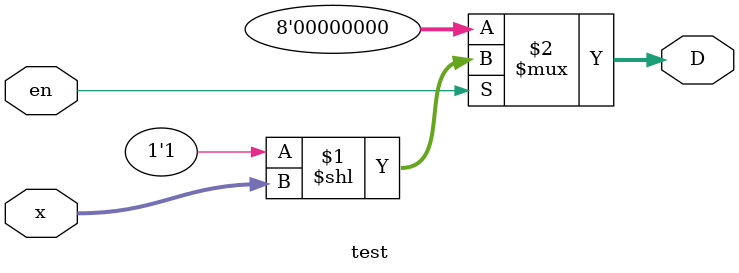
<source format=v>
module test(x, D, en);

    input[2:0]     x ;
    
    input          en ;
	 output[7:0]     D ;


    assign D = (en)? 1'b1 << x : 8'h00 ;
    
endmodule

</source>
